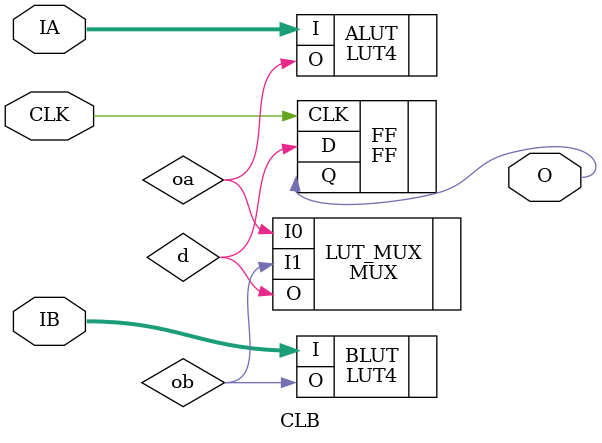
<source format=v>
`include "./lut/lut4.sim.v"
`include "./ff/ff.sim.v"
`include "./mux/mux.sim.v"

module CLB (
    input  wire CLK,
    input  wire [3:0] IA,
    input  wire [3:0] IB,
    output wire O
);

    // "A" LUT
    (* PACK="ALUT_TO_FF" *)
    wire oa;

    LUT4 ALUT (
        .I(IA),
        .O(oa)
    );

    // "B" LUT
    (* PACK="BLUT_TO_FF" *)
    wire ob;

    LUT4 BLUT (
        .I(IB),
        .O(ob)
    );

    // Routing mux
    wire d;

    MUX LUT_MUX (
        .I0 (oa),
        .I1 (ob),
        .O  (d)
    );

    // Flip-flop
    FF FF (
        .CLK (CLK),
        .D   (d),
        .Q   (O)
    );

endmodule

</source>
